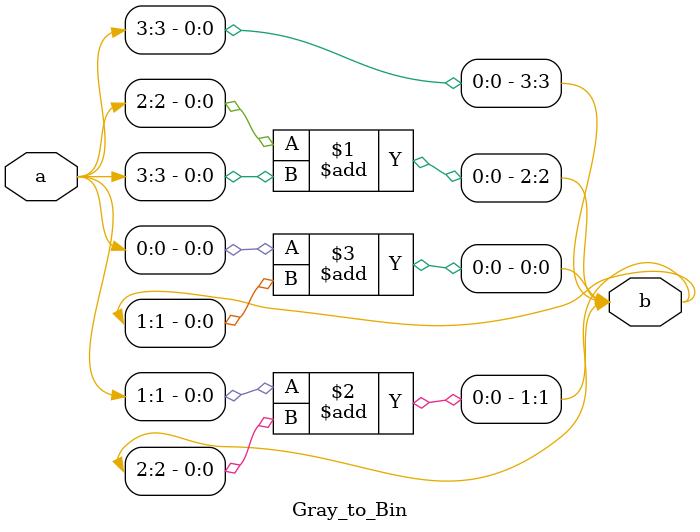
<source format=v>
`timescale 1ns / 1ps

module Gray_to_Bin(input [3:0] a, output [3:0] b);
assign b[3] = a[3];
assign b[2] = a[2]+b[3];
assign b[1] = a[1]+b[2];
assign b[0] = a[0]+b[1];
endmodule

</source>
